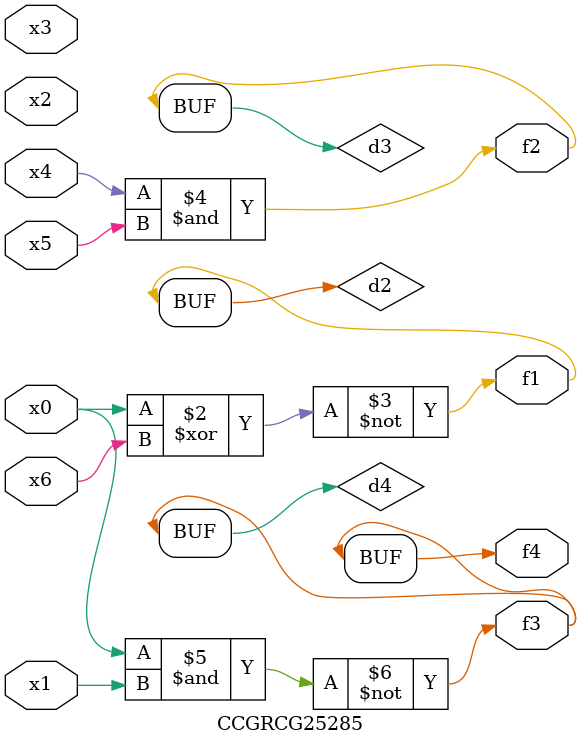
<source format=v>
module CCGRCG25285(
	input x0, x1, x2, x3, x4, x5, x6,
	output f1, f2, f3, f4
);

	wire d1, d2, d3, d4;

	nor (d1, x0);
	xnor (d2, x0, x6);
	and (d3, x4, x5);
	nand (d4, x0, x1);
	assign f1 = d2;
	assign f2 = d3;
	assign f3 = d4;
	assign f4 = d4;
endmodule

</source>
